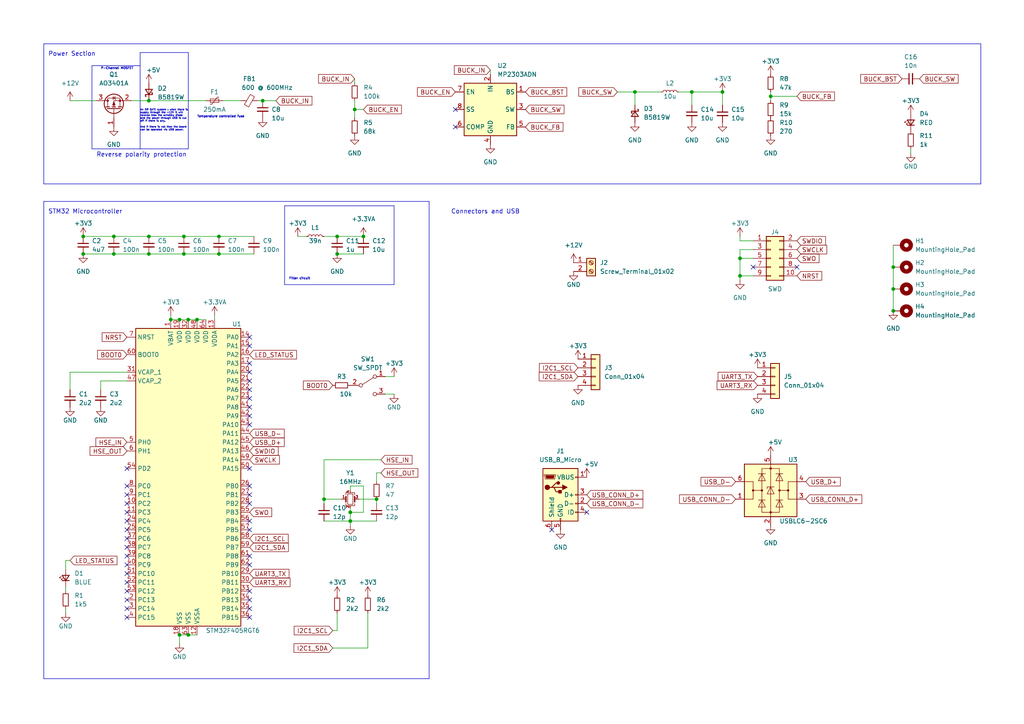
<source format=kicad_sch>
(kicad_sch (version 20231120) (generator "eeschema") (generator_version "8.0")
  (paper "A4")
  (title_block (title "STM32FR4_Rev2") (date "2022-05-13") (rev "2.0"))
  (lib_symbols
    (symbol "Connector:Screw_Terminal_01x02" (pin_names (offset 1.016) hide)
      (property "Reference" "J" (at 0 2.54 0))
      (property "Value" "Screw_Terminal_01x02" (at 0 -5.08 0))
      (symbol "Screw_Terminal_01x02_1_1"
        (pin passive line (at -5.08 0 0) (length 3.81) (name "Pin_1") (number "1"))
        (pin passive line (at -5.08 -2.54 0) (length 3.81) (name "Pin_2") (number "2"))
      )
    )
    (symbol "Connector:USB_B_Micro" (pin_names (offset 1.016))
      (property "Reference" "J" (at -5.08 11.43 0))
      (property "Value" "USB_B_Micro" (at -5.08 8.89 0))
      (symbol "USB_B_Micro_1_1"
        (pin power_out line (at 7.62 5.08 180) (length 2.54) (name "VBUS") (number "1"))
        (pin bidirectional line (at 7.62 -2.54 180) (length 2.54) (name "D-") (number "2"))
        (pin bidirectional line (at 7.62 0 180) (length 2.54) (name "D+") (number "3"))
        (pin passive line (at 7.62 -5.08 180) (length 2.54) (name "ID") (number "4"))
        (pin power_out line (at 0 -10.16 90) (length 2.54) (name "GND") (number "5"))
        (pin passive line (at -2.54 -10.16 90) (length 2.54) (name "Shield") (number "6"))
      )
    )
    (symbol "Connector_Generic:Conn_01x04" (pin_names (offset 1.016) hide)
      (property "Reference" "J" (at 0 5.08 0))
      (property "Value" "Conn_01x04" (at 0 -7.62 0))
      (symbol "Conn_01x04_1_1"
        (pin passive line (at -5.08 2.54 0) (length 3.81) (name "Pin_1") (number "1"))
        (pin passive line (at -5.08 0 0) (length 3.81) (name "Pin_2") (number "2"))
        (pin passive line (at -5.08 -2.54 0) (length 3.81) (name "Pin_3") (number "3"))
        (pin passive line (at -5.08 -5.08 0) (length 3.81) (name "Pin_4") (number "4"))
      )
    )
    (symbol "Connector_Generic:Conn_02x05_Odd_Even" (pin_names (offset 1.016) hide)
      (property "Reference" "J" (at 1.27 7.62 0))
      (property "Value" "Conn_02x05_Odd_Even" (at 1.27 -7.62 0))
      (symbol "Conn_02x05_Odd_Even_1_1"
        (pin passive line (at -5.08 5.08 0) (length 3.81) (name "Pin_1") (number "1"))
        (pin passive line (at 7.62 -5.08 180) (length 3.81) (name "Pin_10") (number "10"))
        (pin passive line (at 7.62 5.08 180) (length 3.81) (name "Pin_2") (number "2"))
        (pin passive line (at -5.08 2.54 0) (length 3.81) (name "Pin_3") (number "3"))
        (pin passive line (at 7.62 2.54 180) (length 3.81) (name "Pin_4") (number "4"))
        (pin passive line (at -5.08 0 0) (length 3.81) (name "Pin_5") (number "5"))
        (pin passive line (at 7.62 0 180) (length 3.81) (name "Pin_6") (number "6"))
        (pin passive line (at -5.08 -2.54 0) (length 3.81) (name "Pin_7") (number "7"))
        (pin passive line (at 7.62 -2.54 180) (length 3.81) (name "Pin_8") (number "8"))
        (pin passive line (at -5.08 -5.08 0) (length 3.81) (name "Pin_9") (number "9"))
      )
    )
    (symbol "Device:C_Small" (pin_numbers hide) (pin_names (offset 0.254) hide)
      (property "Reference" "C" (at 0.254 1.778 0))
      (property "Value" "C_Small" (at 0.254 -2.032 0))
      (symbol "C_Small_1_1"
        (pin passive line (at 0 2.54 270) (length 2.032) (name "~") (number "1"))
        (pin passive line (at 0 -2.54 90) (length 2.032) (name "~") (number "2"))
      )
    )
    (symbol "Device:Crystal_GND24_Small" (pin_names (offset 1.016) hide)
      (property "Reference" "Y" (at 1.27 4.445 0))
      (property "Value" "Crystal_GND24_Small" (at 1.27 2.54 0))
      (symbol "Crystal_GND24_Small_1_1"
        (pin passive line (at -2.54 0 0) (length 1.27) (name "1") (number "1"))
        (pin passive line (at 0 -2.54 90) (length 0.635) (name "2") (number "2"))
        (pin passive line (at 2.54 0 180) (length 1.27) (name "3") (number "3"))
        (pin passive line (at 0 2.54 270) (length 0.635) (name "4") (number "4"))
      )
    )
    (symbol "Device:D_Schottky_Small" (pin_numbers hide) (pin_names (offset 0.254) hide)
      (property "Reference" "D" (at -1.27 2.032 0))
      (property "Value" "D_Schottky_Small" (at -7.112 -2.032 0))
      (symbol "D_Schottky_Small_1_1"
        (pin passive line (at -2.54 0 0) (length 1.778) (name "K") (number "1"))
        (pin passive line (at 2.54 0 180) (length 1.778) (name "A") (number "2"))
      )
    )
    (symbol "Device:FerriteBead_Small" (pin_numbers hide) (pin_names (offset 0))
      (property "Reference" "FB" (at 1.905 1.27 0))
      (property "Value" "FerriteBead_Small" (at 1.905 -1.27 0))
      (symbol "FerriteBead_Small_1_1"
        (pin passive line (at 0 2.54 270) (length 1.27) (name "~") (number "1"))
        (pin passive line (at 0 -2.54 90) (length 1.27) (name "~") (number "2"))
      )
    )
    (symbol "Device:LED_Small" (pin_numbers hide) (pin_names (offset 0.254) hide)
      (property "Reference" "D" (at -1.27 3.175 0))
      (property "Value" "LED_Small" (at -4.445 -2.54 0))
      (symbol "LED_Small_1_1"
        (pin passive line (at -2.54 0 0) (length 1.778) (name "K") (number "1"))
        (pin passive line (at 2.54 0 180) (length 1.778) (name "A") (number "2"))
      )
    )
    (symbol "Device:L_Small" (pin_numbers hide) (pin_names (offset 0.254) hide)
      (property "Reference" "L" (at 0.762 1.016 0))
      (property "Value" "L_Small" (at 0.762 -1.016 0))
      (symbol "L_Small_1_1"
        (pin passive line (at 0 2.54 270) (length 0.508) (name "~") (number "1"))
        (pin passive line (at 0 -2.54 90) (length 0.508) (name "~") (number "2"))
      )
    )
    (symbol "Device:Polyfuse_Small" (pin_numbers hide) (pin_names (offset 0))
      (property "Reference" "F" (at -1.905 0 90))
      (property "Value" "Polyfuse_Small" (at 1.905 0 90))
      (symbol "Polyfuse_Small_1_1"
        (pin passive line (at 0 2.54 270) (length 0.635) (name "~") (number "1"))
        (pin passive line (at 0 -2.54 90) (length 0.635) (name "~") (number "2"))
      )
    )
    (symbol "Device:R_Small" (pin_numbers hide) (pin_names (offset 0.254) hide)
      (property "Reference" "R" (at 0.762 0.508 0))
      (property "Value" "R_Small" (at 0.762 -1.016 0))
      (symbol "R_Small_1_1"
        (pin passive line (at 0 2.54 270) (length 0.762) (name "~") (number "1"))
        (pin passive line (at 0 -2.54 90) (length 0.762) (name "~") (number "2"))
      )
    )
    (symbol "MCU_ST_STM32F4:STM32F405RGTx"
      (property "Reference" "U" (at -15.24 44.45 0))
      (property "Value" "STM32F405RGTx" (at 10.16 44.45 0))
      (symbol "STM32F405RGTx_1_1"
        (pin power_in line (at -5.08 45.72 270) (length 2.54) (name "VBAT") (number "1"))
        (pin bidirectional line (at -17.78 -7.62 0) (length 2.54) (name "PC2") (number "10"))
        (pin bidirectional line (at -17.78 -10.16 0) (length 2.54) (name "PC3") (number "11"))
        (pin power_in line (at 2.54 -45.72 90) (length 2.54) (name "VSSA") (number "12"))
        (pin power_in line (at 7.62 45.72 270) (length 2.54) (name "VDDA") (number "13"))
        (pin bidirectional line (at 17.78 40.64 180) (length 2.54) (name "PA0") (number "14"))
        (pin bidirectional line (at 17.78 38.1 180) (length 2.54) (name "PA1") (number "15"))
        (pin bidirectional line (at 17.78 35.56 180) (length 2.54) (name "PA2") (number "16"))
        (pin bidirectional line (at 17.78 33.02 180) (length 2.54) (name "PA3") (number "17"))
        (pin power_in line (at -2.54 -45.72 90) (length 2.54) (name "VSS") (number "18"))
        (pin power_in line (at -2.54 45.72 270) (length 2.54) (name "VDD") (number "19"))
        (pin bidirectional line (at -17.78 -35.56 0) (length 2.54) (name "PC13") (number "2"))
        (pin bidirectional line (at 17.78 30.48 180) (length 2.54) (name "PA4") (number "20"))
        (pin bidirectional line (at 17.78 27.94 180) (length 2.54) (name "PA5") (number "21"))
        (pin bidirectional line (at 17.78 25.4 180) (length 2.54) (name "PA6") (number "22"))
        (pin bidirectional line (at 17.78 22.86 180) (length 2.54) (name "PA7") (number "23"))
        (pin bidirectional line (at -17.78 -12.7 0) (length 2.54) (name "PC4") (number "24"))
        (pin bidirectional line (at -17.78 -15.24 0) (length 2.54) (name "PC5") (number "25"))
        (pin bidirectional line (at 17.78 -2.54 180) (length 2.54) (name "PB0") (number "26"))
        (pin bidirectional line (at 17.78 -5.08 180) (length 2.54) (name "PB1") (number "27"))
        (pin bidirectional line (at 17.78 -7.62 180) (length 2.54) (name "PB2") (number "28"))
        (pin bidirectional line (at 17.78 -27.94 180) (length 2.54) (name "PB10") (number "29"))
        (pin bidirectional line (at -17.78 -38.1 0) (length 2.54) (name "PC14") (number "3"))
        (pin bidirectional line (at 17.78 -30.48 180) (length 2.54) (name "PB11") (number "30"))
        (pin power_in line (at -17.78 30.48 0) (length 2.54) (name "VCAP_1") (number "31"))
        (pin power_in line (at 0 45.72 270) (length 2.54) (name "VDD") (number "32"))
        (pin bidirectional line (at 17.78 -33.02 180) (length 2.54) (name "PB12") (number "33"))
        (pin bidirectional line (at 17.78 -35.56 180) (length 2.54) (name "PB13") (number "34"))
        (pin bidirectional line (at 17.78 -38.1 180) (length 2.54) (name "PB14") (number "35"))
        (pin bidirectional line (at 17.78 -40.64 180) (length 2.54) (name "PB15") (number "36"))
        (pin bidirectional line (at -17.78 -17.78 0) (length 2.54) (name "PC6") (number "37"))
        (pin bidirectional line (at -17.78 -20.32 0) (length 2.54) (name "PC7") (number "38"))
        (pin bidirectional line (at -17.78 -22.86 0) (length 2.54) (name "PC8") (number "39"))
        (pin bidirectional line (at -17.78 -40.64 0) (length 2.54) (name "PC15") (number "4"))
        (pin bidirectional line (at -17.78 -25.4 0) (length 2.54) (name "PC9") (number "40"))
        (pin bidirectional line (at 17.78 20.32 180) (length 2.54) (name "PA8") (number "41"))
        (pin bidirectional line (at 17.78 17.78 180) (length 2.54) (name "PA9") (number "42"))
        (pin bidirectional line (at 17.78 15.24 180) (length 2.54) (name "PA10") (number "43"))
        (pin bidirectional line (at 17.78 12.7 180) (length 2.54) (name "PA11") (number "44"))
        (pin bidirectional line (at 17.78 10.16 180) (length 2.54) (name "PA12") (number "45"))
        (pin bidirectional line (at 17.78 7.62 180) (length 2.54) (name "PA13") (number "46"))
        (pin power_in line (at -17.78 27.94 0) (length 2.54) (name "VCAP_2") (number "47"))
        (pin power_in line (at 2.54 45.72 270) (length 2.54) (name "VDD") (number "48"))
        (pin bidirectional line (at 17.78 5.08 180) (length 2.54) (name "PA14") (number "49"))
        (pin input line (at -17.78 10.16 0) (length 2.54) (name "PH0") (number "5"))
        (pin bidirectional line (at 17.78 2.54 180) (length 2.54) (name "PA15") (number "50"))
        (pin bidirectional line (at -17.78 -27.94 0) (length 2.54) (name "PC10") (number "51"))
        (pin bidirectional line (at -17.78 -30.48 0) (length 2.54) (name "PC11") (number "52"))
        (pin bidirectional line (at -17.78 -33.02 0) (length 2.54) (name "PC12") (number "53"))
        (pin bidirectional line (at -17.78 2.54 0) (length 2.54) (name "PD2") (number "54"))
        (pin bidirectional line (at 17.78 -10.16 180) (length 2.54) (name "PB3") (number "55"))
        (pin bidirectional line (at 17.78 -12.7 180) (length 2.54) (name "PB4") (number "56"))
        (pin bidirectional line (at 17.78 -15.24 180) (length 2.54) (name "PB5") (number "57"))
        (pin bidirectional line (at 17.78 -17.78 180) (length 2.54) (name "PB6") (number "58"))
        (pin bidirectional line (at 17.78 -20.32 180) (length 2.54) (name "PB7") (number "59"))
        (pin input line (at -17.78 7.62 0) (length 2.54) (name "PH1") (number "6"))
        (pin input line (at -17.78 35.56 0) (length 2.54) (name "BOOT0") (number "60"))
        (pin bidirectional line (at 17.78 -22.86 180) (length 2.54) (name "PB8") (number "61"))
        (pin bidirectional line (at 17.78 -25.4 180) (length 2.54) (name "PB9") (number "62"))
        (pin power_in line (at 0 -45.72 90) (length 2.54) (name "VSS") (number "63"))
        (pin power_in line (at 5.08 45.72 270) (length 2.54) (name "VDD") (number "64"))
        (pin input line (at -17.78 40.64 0) (length 2.54) (name "NRST") (number "7"))
        (pin bidirectional line (at -17.78 -2.54 0) (length 2.54) (name "PC0") (number "8"))
        (pin bidirectional line (at -17.78 -5.08 0) (length 2.54) (name "PC1") (number "9"))
      )
    )
    (symbol "Mechanical:MountingHole_Pad" (pin_numbers hide) (pin_names (offset 1.016) hide)
      (property "Reference" "H" (at 0 6.35 0))
      (property "Value" "MountingHole_Pad" (at 0 4.445 0))
      (symbol "MountingHole_Pad_1_1"
        (pin input line (at 0 -2.54 90) (length 2.54) (name "1") (number "1"))
      )
    )
    (symbol "Power_Protection:USBLC6-2SC6" (pin_names hide)
      (property "Reference" "U" (at 2.54 8.89 0))
      (property "Value" "USBLC6-2SC6" (at 2.54 -8.89 0))
      (symbol "USBLC6-2SC6_1_1"
        (pin passive line (at -10.16 -2.54 0) (length 2.54) (name "I/O1") (number "1"))
        (pin passive line (at 0 -10.16 90) (length 2.54) (name "GND") (number "2"))
        (pin passive line (at 10.16 -2.54 180) (length 2.54) (name "I/O2") (number "3"))
        (pin passive line (at 10.16 2.54 180) (length 2.54) (name "I/O2") (number "4"))
        (pin passive line (at 0 10.16 270) (length 2.54) (name "VBUS") (number "5"))
        (pin passive line (at -10.16 2.54 0) (length 2.54) (name "I/O1") (number "6"))
      )
    )
    (symbol "Regulator_Switching:MP2303ADN"
      (property "Reference" "U" (at -7.366 8.636 0))
      (property "Value" "MP2303ADN" (at 7.62 8.89 0))
      (symbol "MP2303ADN_1_1"
        (pin passive line (at 10.16 5.08 180) (length 2.54) (name "BS") (number "1"))
        (pin power_in line (at 0 10.16 270) (length 2.54) (name "IN") (number "2"))
        (pin output line (at 10.16 0 180) (length 2.54) (name "SW") (number "3"))
        (pin power_in line (at 0 -10.16 90) (length 2.54) (name "GND") (number "4"))
        (pin input line (at 10.16 -5.08 180) (length 2.54) (name "FB") (number "5"))
        (pin passive line (at -10.16 -5.08 0) (length 2.54) (name "COMP") (number "6"))
        (pin input line (at -10.16 5.08 0) (length 2.54) (name "EN") (number "7"))
        (pin input line (at -10.16 0 0) (length 2.54) (name "SS") (number "8"))
      )
    )
    (symbol "Switch:SW_SPDT" (pin_names (offset 0) hide)
      (property "Reference" "SW" (at 0 4.318 0))
      (property "Value" "SW_SPDT" (at 0 -5.08 0))
      (symbol "SW_SPDT_1_1"
        (pin passive line (at 5.08 2.54 180) (length 2.54) (name "A") (number "1"))
        (pin passive line (at -5.08 0 0) (length 2.54) (name "B") (number "2"))
        (pin passive line (at 5.08 -2.54 180) (length 2.54) (name "C") (number "3"))
      )
    )
    (symbol "Transistor_FET:AO3401A" (pin_names hide)
      (property "Reference" "Q" (at 5.08 1.905 0))
      (property "Value" "AO3401A" (at 5.08 0 0))
      (symbol "AO3401A_1_1"
        (pin input line (at -5.08 0 0) (length 2.54) (name "G") (number "1"))
        (pin passive line (at 2.54 -5.08 90) (length 2.54) (name "S") (number "2"))
        (pin passive line (at 2.54 5.08 270) (length 2.54) (name "D") (number "3"))
      )
    )
    (symbol "power:+12V" (power) (pin_names (offset 0))
      (property "Value" "+12V" (at 0 3.556 0))
      (symbol "+12V_1_1"
        (pin power_in line (at 0 0 90) (length 0) hide (name "+12V") (number "1"))
      )
    )
    (symbol "power:+3.3V" (power) (pin_names (offset 0))
      (property "Value" "+3.3V" (at 0 3.556 0))
      (symbol "+3.3V_1_1"
        (pin power_in line (at 0 0 90) (length 0) hide (name "+3V3") (number "1"))
      )
    )
    (symbol "power:+3.3VA" (power) (pin_names (offset 0))
      (property "Value" "+3.3VA" (at 0 3.556 0))
      (symbol "+3.3VA_1_1"
        (pin power_in line (at 0 0 90) (length 0) hide (name "+3.3VA") (number "1"))
      )
    )
    (symbol "power:+5V" (power) (pin_names (offset 0))
      (property "Value" "+5V" (at 0 3.556 0))
      (symbol "+5V_1_1"
        (pin power_in line (at 0 0 90) (length 0) hide (name "+5V") (number "1"))
      )
    )
    (symbol "power:GND" (power) (pin_names (offset 0))
      (property "Value" "GND" (at 0 -3.81 0))
      (symbol "GND_1_1"
        (pin power_in line (at 0 0 270) (length 0) hide (name "GND") (number "1"))
      )
    )
  )
  (junction (at 53.34 73.66))
  (junction (at 97.79 73.66))
  (junction (at 33.02 68.58))
  (junction (at 101.6 151.13))
  (junction (at 109.22 144.78))
  (junction (at 105.41 68.58))
  (junction (at 214.63 80.01))
  (junction (at 214.63 74.93))
  (junction (at 43.18 29.21))
  (junction (at 54.61 92.71))
  (junction (at 52.07 184.15))
  (junction (at 209.55 26.67))
  (junction (at 53.34 68.58))
  (junction (at 24.13 68.58))
  (junction (at 200.66 26.67))
  (junction (at 97.79 68.58))
  (junction (at 102.87 31.75))
  (junction (at 54.61 184.15))
  (junction (at 93.98 144.78))
  (junction (at 33.02 73.66))
  (junction (at 43.18 73.66))
  (junction (at 49.53 92.71))
  (junction (at 259.08 77.47))
  (junction (at 76.2 29.21))
  (junction (at 101.6 148.59))
  (junction (at 63.5 73.66))
  (junction (at 57.15 92.71))
  (junction (at 63.5 68.58))
  (junction (at 43.18 68.58))
  (junction (at 259.08 90.17))
  (junction (at 52.07 92.71))
  (junction (at 184.15 26.67))
  (junction (at 24.13 73.66))
  (junction (at 223.52 27.94))
  (junction (at 259.08 83.82))
  (no_connect (at 72.39 151.13))
  (no_connect (at 72.39 153.67))
  (no_connect (at 72.39 146.05))
  (no_connect (at 36.83 146.05))
  (no_connect (at 36.83 148.59))
  (no_connect (at 36.83 135.89))
  (no_connect (at 36.83 140.97))
  (no_connect (at 36.83 143.51))
  (no_connect (at 72.39 163.83))
  (no_connect (at 72.39 161.29))
  (no_connect (at 72.39 143.51))
  (no_connect (at 72.39 140.97))
  (no_connect (at 72.39 135.89))
  (no_connect (at 72.39 123.19))
  (no_connect (at 72.39 113.03))
  (no_connect (at 72.39 100.33))
  (no_connect (at 72.39 118.11))
  (no_connect (at 72.39 115.57))
  (no_connect (at 72.39 110.49))
  (no_connect (at 72.39 107.95))
  (no_connect (at 72.39 105.41))
  (no_connect (at 72.39 120.65))
  (no_connect (at 36.83 176.53))
  (no_connect (at 36.83 171.45))
  (no_connect (at 36.83 179.07))
  (no_connect (at 36.83 168.91))
  (no_connect (at 36.83 173.99))
  (no_connect (at 36.83 151.13))
  (no_connect (at 36.83 161.29))
  (no_connect (at 36.83 163.83))
  (no_connect (at 36.83 166.37))
  (no_connect (at 36.83 153.67))
  (no_connect (at 36.83 158.75))
  (no_connect (at 36.83 156.21))
  (no_connect (at 72.39 179.07))
  (no_connect (at 72.39 171.45))
  (no_connect (at 72.39 173.99))
  (no_connect (at 72.39 176.53))
  (no_connect (at 170.18 148.59))
  (no_connect (at 72.39 97.79))
  (no_connect (at 160.02 153.67))
  (no_connect (at 132.08 36.83))
  (no_connect (at 132.08 31.75))
  (no_connect (at 231.14 77.47))
  (no_connect (at 218.44 77.47))
  (wire (pts (xy 259.08 83.82) (xy 259.08 90.17)))
  (wire (pts (xy 99.06 144.78) (xy 93.98 144.78)))
  (wire (pts (xy 218.44 80.01) (xy 214.63 80.01)))
  (wire (pts (xy 19.05 162.56) (xy 19.05 165.1)))
  (wire (pts (xy 101.6 142.24) (xy 101.6 140.97)))
  (polyline (pts (xy 124.46 196.85) (xy 12.7 196.85)))
  (wire (pts (xy 109.22 137.16) (xy 110.49 137.16)))
  (wire (pts (xy 24.13 68.58) (xy 33.02 68.58)))
  (wire (pts (xy 62.23 91.44) (xy 62.23 92.71)))
  (wire (pts (xy 97.79 68.58) (xy 105.41 68.58)))
  (wire (pts (xy 102.87 31.75) (xy 105.41 31.75)))
  (polyline (pts (xy 12.7 58.42) (xy 124.46 58.42)))
  (wire (pts (xy 223.52 27.94) (xy 223.52 29.21)))
  (polyline (pts (xy 40.64 19.05) (xy 40.64 43.18)))
  (wire (pts (xy 200.66 26.67) (xy 209.55 26.67)))
  (wire (pts (xy 54.61 92.71) (xy 57.15 92.71)))
  (wire (pts (xy 214.63 69.85) (xy 218.44 69.85)))
  (polyline (pts (xy 82.55 59.69) (xy 114.3 59.69)))
  (polyline (pts (xy 54.61 43.18) (xy 40.64 43.18)))
  (wire (pts (xy 29.21 113.03) (xy 29.21 110.49)))
  (wire (pts (xy 101.6 151.13) (xy 109.22 151.13)))
  (wire (pts (xy 19.05 176.53) (xy 19.05 177.8)))
  (wire (pts (xy 214.63 72.39) (xy 214.63 74.93)))
  (wire (pts (xy 104.14 144.78) (xy 109.22 144.78)))
  (wire (pts (xy 264.16 44.45) (xy 264.16 43.18)))
  (wire (pts (xy 101.6 147.32) (xy 101.6 148.59)))
  (polyline (pts (xy 12.7 53.34) (xy 284.48 53.34)))
  (wire (pts (xy 63.5 68.58) (xy 73.66 68.58)))
  (wire (pts (xy 52.07 184.15) (xy 54.61 184.15)))
  (polyline (pts (xy 114.3 82.55) (xy 82.55 82.55)))
  (wire (pts (xy 231.14 27.94) (xy 223.52 27.94)))
  (wire (pts (xy 63.5 73.66) (xy 73.66 73.66)))
  (wire (pts (xy 102.87 29.21) (xy 102.87 31.75)))
  (polyline (pts (xy 26.67 19.05) (xy 40.64 19.05)))
  (wire (pts (xy 43.18 68.58) (xy 53.34 68.58)))
  (wire (pts (xy 102.87 22.86) (xy 102.87 24.13)))
  (wire (pts (xy 43.18 73.66) (xy 53.34 73.66)))
  (wire (pts (xy 184.15 30.48) (xy 184.15 26.67)))
  (wire (pts (xy 93.98 133.35) (xy 93.98 144.78)))
  (wire (pts (xy 52.07 186.69) (xy 52.07 184.15)))
  (wire (pts (xy 101.6 140.97) (xy 105.41 140.97)))
  (wire (pts (xy 105.41 140.97) (xy 105.41 148.59)))
  (polyline (pts (xy 124.46 58.42) (xy 124.46 196.85)))
  (wire (pts (xy 43.18 29.21) (xy 59.69 29.21)))
  (wire (pts (xy 86.36 68.58) (xy 88.9 68.58)))
  (wire (pts (xy 101.6 152.4) (xy 101.6 151.13)))
  (polyline (pts (xy 82.55 59.69) (xy 82.55 82.55)))
  (wire (pts (xy 76.2 29.21) (xy 80.01 29.21)))
  (wire (pts (xy 200.66 30.48) (xy 200.66 26.67)))
  (wire (pts (xy 96.52 187.96) (xy 106.68 187.96)))
  (wire (pts (xy 19.05 170.18) (xy 19.05 171.45)))
  (wire (pts (xy 114.3 109.22) (xy 111.76 109.22)))
  (polyline (pts (xy 284.48 53.34) (xy 284.48 12.7)))
  (wire (pts (xy 142.24 20.32) (xy 142.24 21.59)))
  (polyline (pts (xy 40.64 19.05) (xy 40.64 15.24)))
  (wire (pts (xy 109.22 137.16) (xy 109.22 139.7)))
  (polyline (pts (xy 40.64 15.24) (xy 54.61 15.24)))
  (wire (pts (xy 54.61 184.15) (xy 57.15 184.15)))
  (wire (pts (xy 259.08 77.47) (xy 259.08 83.82)))
  (wire (pts (xy 24.13 73.66) (xy 33.02 73.66)))
  (wire (pts (xy 64.77 29.21) (xy 69.85 29.21)))
  (wire (pts (xy 179.07 26.67) (xy 184.15 26.67)))
  (wire (pts (xy 109.22 144.78) (xy 109.22 146.05)))
  (wire (pts (xy 214.63 74.93) (xy 214.63 80.01)))
  (wire (pts (xy 102.87 31.75) (xy 102.87 34.29)))
  (wire (pts (xy 93.98 144.78) (xy 93.98 146.05)))
  (wire (pts (xy 114.3 114.3) (xy 111.76 114.3)))
  (wire (pts (xy 38.1 29.21) (xy 43.18 29.21)))
  (wire (pts (xy 184.15 26.67) (xy 191.77 26.67)))
  (wire (pts (xy 93.98 151.13) (xy 101.6 151.13)))
  (wire (pts (xy 218.44 74.93) (xy 214.63 74.93)))
  (wire (pts (xy 218.44 72.39) (xy 214.63 72.39)))
  (wire (pts (xy 214.63 68.58) (xy 214.63 69.85)))
  (wire (pts (xy 20.32 29.21) (xy 27.94 29.21)))
  (wire (pts (xy 20.32 107.95) (xy 36.83 107.95)))
  (wire (pts (xy 49.53 92.71) (xy 52.07 92.71)))
  (wire (pts (xy 93.98 133.35) (xy 110.49 133.35)))
  (wire (pts (xy 96.52 182.88) (xy 97.79 182.88)))
  (wire (pts (xy 76.2 29.21) (xy 74.93 29.21)))
  (wire (pts (xy 259.08 71.12) (xy 259.08 77.47)))
  (wire (pts (xy 52.07 92.71) (xy 54.61 92.71)))
  (wire (pts (xy 20.32 113.03) (xy 20.32 107.95)))
  (wire (pts (xy 33.02 68.58) (xy 43.18 68.58)))
  (wire (pts (xy 93.98 68.58) (xy 97.79 68.58)))
  (wire (pts (xy 29.21 110.49) (xy 36.83 110.49)))
  (wire (pts (xy 97.79 182.88) (xy 97.79 177.8)))
  (wire (pts (xy 101.6 148.59) (xy 101.6 151.13)))
  (wire (pts (xy 33.02 73.66) (xy 43.18 73.66)))
  (polyline (pts (xy 284.48 12.7) (xy 12.7 12.7)))
  (wire (pts (xy 223.52 26.67) (xy 223.52 27.94)))
  (wire (pts (xy 57.15 92.71) (xy 59.69 92.71)))
  (polyline (pts (xy 114.3 59.69) (xy 114.3 82.55)))
  (polyline (pts (xy 12.7 58.42) (xy 12.7 196.85)))
  (wire (pts (xy 209.55 26.67) (xy 209.55 30.48)))
  (polyline (pts (xy 40.64 43.18) (xy 26.67 43.18)))
  (wire (pts (xy 214.63 80.01) (xy 214.63 81.28)))
  (wire (pts (xy 49.53 91.44) (xy 49.53 92.71)))
  (polyline (pts (xy 26.67 19.05) (xy 26.67 43.18)))
  (wire (pts (xy 97.79 73.66) (xy 105.41 73.66)))
  (wire (pts (xy 105.41 148.59) (xy 101.6 148.59)))
  (wire (pts (xy 53.34 73.66) (xy 63.5 73.66)))
  (wire (pts (xy 53.34 68.58) (xy 63.5 68.58)))
  (polyline (pts (xy 12.7 12.7) (xy 12.7 53.34)))
  (polyline (pts (xy 54.61 15.24) (xy 54.61 43.18)))
  (wire (pts (xy 196.85 26.67) (xy 200.66 26.67)))
  (wire (pts (xy 106.68 177.8) (xy 106.68 187.96)))
  (wire (pts (xy 20.32 162.56) (xy 19.05 162.56)))
  (text "Temperature controlled fuse " (at 57.15 34.29 0) (effects (font (size 0.635 0.635)) (justify left bottom)))
  (text "And if there is not then the board \ncan be operated via USB power.\n" (at 40.64 38.1 0) (effects (font (size 0.508 0.508)) (justify left bottom)))
  (text "STM32 Microcontroller" (at 13.97 62.23 0) (effects (font (size 1.27 1.27)) (justify left bottom)))
  (text "Filter circuit" (at 83.82 81.28 0) (effects (font (size 0.635 0.635)) (justify left bottom)))
  (text "Connectors and USB" (at 130.81 62.23 0) (effects (font (size 1.27 1.27)) (justify left bottom)))
  (text "Reverse polarity protection" (at 27.94 45.72 0) (effects (font (size 1.27 1.27)) (justify left bottom)))
  (text "P-Channel MOSFET" (at 29.21 20.32 0) (effects (font (size 0.635 0.635)) (justify left bottom)))
  (text "Power Section" (at 13.97 16.51 0) (effects (font (size 1.27 1.27)) (justify left bottom)))
  (text "An OR GATE system : when there is\nsupply through the +12V it will \nreverse bias the schottky diode \nand the power through USB is cut \noff if there is any.\n" (at 40.64 35.56 0) (effects (font (size 0.508 0.508)) (justify left bottom)))
  (global_label "SWDIO" (shape input) (at 72.39 130.81 0) (property "Intersheetrefs" "${INTERSHEET_REFS}" (effects (hide yes))))
  (global_label "SWCLK" (shape input) (at 231.14 72.39 0) (property "Intersheetrefs" "${INTERSHEET_REFS}" (effects (hide yes))))
  (global_label "USB_D-" (shape input) (at 213.36 139.7 180) (property "Intersheetrefs" "${INTERSHEET_REFS}" (effects (hide yes))))
  (global_label "UART3_TX" (shape input) (at 219.71 109.22 180) (property "Intersheetrefs" "${INTERSHEET_REFS}" (effects (hide yes))))
  (global_label "BUCK_IN" (shape input) (at 80.01 29.21 0) (property "Intersheetrefs" "${INTERSHEET_REFS}" (effects (hide yes))))
  (global_label "LED_STATUS" (shape input) (at 72.39 102.87 0) (property "Intersheetrefs" "${INTERSHEET_REFS}" (effects (hide yes))))
  (global_label "HSE_IN" (shape input) (at 110.49 133.35 0) (property "Intersheetrefs" "${INTERSHEET_REFS}" (effects (hide yes))))
  (global_label "HSE_OUT" (shape input) (at 36.83 130.81 180) (property "Intersheetrefs" "${INTERSHEET_REFS}" (effects (hide yes))))
  (global_label "USB_CONN_D-" (shape input) (at 170.18 146.05 0) (property "Intersheetrefs" "${INTERSHEET_REFS}" (effects (hide yes))))
  (global_label "SWO" (shape input) (at 231.14 74.93 0) (property "Intersheetrefs" "${INTERSHEET_REFS}" (effects (hide yes))))
  (global_label "I2C1_SCL" (shape input) (at 167.64 106.68 180) (property "Intersheetrefs" "${INTERSHEET_REFS}" (effects (hide yes))))
  (global_label "BOOT0" (shape input) (at 36.83 102.87 180) (property "Intersheetrefs" "${INTERSHEET_REFS}" (effects (hide yes))))
  (global_label "BUCK_BST" (shape input) (at 152.4 26.67 0) (property "Intersheetrefs" "${INTERSHEET_REFS}" (effects (hide yes))))
  (global_label "I2C1_SCL" (shape input) (at 72.39 156.21 0) (property "Intersheetrefs" "${INTERSHEET_REFS}" (effects (hide yes))))
  (global_label "I2C1_SDA" (shape input) (at 96.52 187.96 180) (property "Intersheetrefs" "${INTERSHEET_REFS}" (effects (hide yes))))
  (global_label "UART3_RX" (shape input) (at 219.71 111.76 180) (property "Intersheetrefs" "${INTERSHEET_REFS}" (effects (hide yes))))
  (global_label "UART3_RX" (shape input) (at 72.39 168.91 0) (property "Intersheetrefs" "${INTERSHEET_REFS}" (effects (hide yes))))
  (global_label "USB_CONN_D+" (shape input) (at 233.68 144.78 0) (property "Intersheetrefs" "${INTERSHEET_REFS}" (effects (hide yes))))
  (global_label "NRST" (shape input) (at 231.14 80.01 0) (property "Intersheetrefs" "${INTERSHEET_REFS}" (effects (hide yes))))
  (global_label "BOOT0" (shape input) (at 96.52 111.76 180) (property "Intersheetrefs" "${INTERSHEET_REFS}" (effects (hide yes))))
  (global_label "LED_STATUS" (shape input) (at 20.32 162.56 0) (property "Intersheetrefs" "${INTERSHEET_REFS}" (effects (hide yes))))
  (global_label "BUCK_SW" (shape input) (at 179.07 26.67 180) (property "Intersheetrefs" "${INTERSHEET_REFS}" (effects (hide yes))))
  (global_label "USB_D-" (shape input) (at 72.39 125.73 0) (property "Intersheetrefs" "${INTERSHEET_REFS}" (effects (hide yes))))
  (global_label "I2C1_SCL" (shape input) (at 96.52 182.88 180) (property "Intersheetrefs" "${INTERSHEET_REFS}" (effects (hide yes))))
  (global_label "USB_CONN_D+" (shape input) (at 170.18 143.51 0) (property "Intersheetrefs" "${INTERSHEET_REFS}" (effects (hide yes))))
  (global_label "I2C1_SDA" (shape input) (at 167.64 109.22 180) (property "Intersheetrefs" "${INTERSHEET_REFS}" (effects (hide yes))))
  (global_label "BUCK_EN" (shape input) (at 105.41 31.75 0) (property "Intersheetrefs" "${INTERSHEET_REFS}" (effects (hide yes))))
  (global_label "UART3_TX" (shape input) (at 72.39 166.37 0) (property "Intersheetrefs" "${INTERSHEET_REFS}" (effects (hide yes))))
  (global_label "BUCK_FB" (shape input) (at 231.14 27.94 0) (property "Intersheetrefs" "${INTERSHEET_REFS}" (effects (hide yes))))
  (global_label "HSE_IN" (shape input) (at 36.83 128.27 180) (property "Intersheetrefs" "${INTERSHEET_REFS}" (effects (hide yes))))
  (global_label "BUCK_EN" (shape input) (at 132.08 26.67 180) (property "Intersheetrefs" "${INTERSHEET_REFS}" (effects (hide yes))))
  (global_label "USB_D+" (shape input) (at 72.39 128.27 0) (property "Intersheetrefs" "${INTERSHEET_REFS}" (effects (hide yes))))
  (global_label "BUCK_IN" (shape input) (at 142.24 20.32 180) (property "Intersheetrefs" "${INTERSHEET_REFS}" (effects (hide yes))))
  (global_label "SWCLK" (shape input) (at 72.39 133.35 0) (property "Intersheetrefs" "${INTERSHEET_REFS}" (effects (hide yes))))
  (global_label "BUCK_IN" (shape input) (at 102.87 22.86 180) (property "Intersheetrefs" "${INTERSHEET_REFS}" (effects (hide yes))))
  (global_label "BUCK_BST" (shape input) (at 261.62 22.86 180) (property "Intersheetrefs" "${INTERSHEET_REFS}" (effects (hide yes))))
  (global_label "SWDIO" (shape input) (at 231.14 69.85 0) (property "Intersheetrefs" "${INTERSHEET_REFS}" (effects (hide yes))))
  (global_label "BUCK_SW" (shape input) (at 266.7 22.86 0) (property "Intersheetrefs" "${INTERSHEET_REFS}" (effects (hide yes))))
  (global_label "NRST" (shape input) (at 36.83 97.79 180) (property "Intersheetrefs" "${INTERSHEET_REFS}" (effects (hide yes))))
  (global_label "I2C1_SDA" (shape input) (at 72.39 158.75 0) (property "Intersheetrefs" "${INTERSHEET_REFS}" (effects (hide yes))))
  (global_label "BUCK_FB" (shape input) (at 152.4 36.83 0) (property "Intersheetrefs" "${INTERSHEET_REFS}" (effects (hide yes))))
  (global_label "USB_D+" (shape input) (at 233.68 139.7 0) (property "Intersheetrefs" "${INTERSHEET_REFS}" (effects (hide yes))))
  (global_label "USB_CONN_D-" (shape input) (at 213.36 144.78 180) (property "Intersheetrefs" "${INTERSHEET_REFS}" (effects (hide yes))))
  (global_label "HSE_OUT" (shape input) (at 110.49 137.16 0) (property "Intersheetrefs" "${INTERSHEET_REFS}" (effects (hide yes))))
  (global_label "SWO" (shape input) (at 72.39 148.59 0) (property "Intersheetrefs" "${INTERSHEET_REFS}" (effects (hide yes))))
  (global_label "BUCK_SW" (shape input) (at 152.4 31.75 0) (property "Intersheetrefs" "${INTERSHEET_REFS}" (effects (hide yes))))
  (symbol (lib_id "power:+3.3V") (at 167.64 104.14 0) (unit 1)
    (property "Reference" "#PWR0125" (effects (hide yes)))
    (property "Value" "+3V3" (at 167.64 100.33 0))
  )
  (symbol (lib_id "Device:Crystal_GND24_Small") (at 101.6 144.78 0) (unit 1)
    (property "Reference" "Y1" (at 101.6 137.16 0))
    (property "Value" "16MHz" (at 101.6 139.7 0))
    (property "Footprint" "Crystal:Crystal_SMD_3225-4Pin_3.2x2.5mm" (effects (hide yes)))
  )
  (symbol (lib_id "MCU_ST_STM32F4:STM32F405RGTx") (at 54.61 138.43 0) (unit 1)
    (property "Reference" "U1" (at 67.31 93.98 0) (effects (justify left)))
    (property "Value" "STM32F405RGT6" (at 59.69 182.88 0) (effects (justify left)))
    (property "Footprint" "Package_QFP:LQFP-64_10x10mm_P0.5mm" (effects (hide yes)))
    (property "Datasheet" "http://www.st.com/st-web-ui/static/active/en/resource/technical/document/datasheet/DM00037051.pdf" (effects (hide yes)))
  )
  (symbol (lib_id "Device:FerriteBead_Small") (at 72.39 29.21 90) (unit 1)
    (property "Reference" "FB1" (at 72.3519 22.86 90))
    (property "Value" "600 @ 600MHz" (at 77.47 25.4 90))
    (property "Footprint" "Inductor_SMD:L_0805_2012Metric" (effects (hide yes)))
  )
  (symbol (lib_id "power:GND") (at 97.79 73.66 0) (unit 1)
    (property "Reference" "#PWR0102" (effects (hide yes)))
    (property "Value" "GND" (at 97.79 78.74 0))
  )
  (symbol (lib_id "Connector_Generic:Conn_01x04") (at 224.79 109.22 0) (unit 1)
    (property "Reference" "J5" (at 227.33 109.2199 0) (effects (justify left)))
    (property "Value" "Conn_01x04" (at 227.33 111.7599 0) (effects (justify left)))
    (property "Footprint" "Connector_Molex:Molex_PicoBlade_53048-0410_1x04_P1.25mm_Horizontal" (effects (hide yes)))
  )
  (symbol (lib_id "Device:C_Small") (at 93.98 148.59 0) (unit 1)
    (property "Reference" "C10" (at 96.52 147.3262 0) (effects (justify left)))
    (property "Value" "12p" (at 96.52 149.8662 0) (effects (justify left)))
    (property "Footprint" "Capacitor_SMD:C_0402_1005Metric" (effects (hide yes)))
  )
  (symbol (lib_id "power:+3.3VA") (at 105.41 68.58 0) (unit 1)
    (property "Reference" "#PWR0120" (effects (hide yes)))
    (property "Value" "+3.3VA" (at 105.41 63.5 0))
  )
  (symbol (lib_id "power:GND") (at 209.55 35.56 0) (unit 1)
    (property "Reference" "#PWR0129" (effects (hide yes)))
    (property "Value" "GND" (at 209.55 40.64 0))
  )
  (symbol (lib_id "Device:R_Small") (at 102.87 36.83 0) (unit 1)
    (property "Reference" "R5" (at 105.41 35.5599 0) (effects (justify left)))
    (property "Value" "68k" (at 105.41 38.0999 0) (effects (justify left)))
    (property "Footprint" "Resistor_SMD:R_0603_1608Metric" (effects (hide yes)))
  )
  (symbol (lib_id "Device:C_Small") (at 97.79 71.12 0) (unit 1)
    (property "Reference" "C11" (at 100.33 69.8562 0) (effects (justify left)))
    (property "Value" "1u" (at 100.33 72.3962 0) (effects (justify left)))
    (property "Footprint" "Capacitor_SMD:C_0402_1005Metric" (effects (hide yes)))
  )
  (symbol (lib_id "Mechanical:MountingHole_Pad") (at 261.62 71.12 270) (unit 1)
    (property "Reference" "H1" (at 265.43 69.8499 90) (effects (justify left)))
    (property "Value" "MountingHole_Pad" (at 265.43 72.3899 90) (effects (justify left)))
    (property "Footprint" "MountingHole:MountingHole_4.3mm_M4_Pad_Via" (effects (hide yes)))
  )
  (symbol (lib_id "Device:D_Schottky_Small") (at 43.18 26.67 90) (unit 1)
    (property "Reference" "D2" (at 45.72 25.6539 90) (effects (justify right)))
    (property "Value" "B5819W" (at 45.72 28.1939 90) (effects (justify right)))
    (property "Footprint" "Diode_SMD:D_SOD-123" (effects (hide yes)))
  )
  (symbol (lib_id "power:GND") (at 184.15 35.56 0) (unit 1)
    (property "Reference" "#PWR0135" (effects (hide yes)))
    (property "Value" "GND" (at 184.15 40.64 0))
  )
  (symbol (lib_id "Device:C_Small") (at 33.02 71.12 0) (unit 1)
    (property "Reference" "C4" (at 35.56 69.8562 0) (effects (justify left)))
    (property "Value" "100n" (at 35.56 72.3962 0) (effects (justify left)))
    (property "Footprint" "Capacitor_SMD:C_0402_1005Metric" (effects (hide yes)))
  )
  (symbol (lib_id "power:GND") (at 20.32 118.11 0) (unit 1)
    (property "Reference" "#PWR0106" (effects (hide yes)))
    (property "Value" "GND" (at 20.32 121.92 0))
  )
  (symbol (lib_id "Device:R_Small") (at 97.79 175.26 0) (unit 1)
    (property "Reference" "R2" (at 100.33 173.9899 0) (effects (justify left)))
    (property "Value" "2k2" (at 100.33 176.5299 0) (effects (justify left)))
    (property "Footprint" "Resistor_SMD:R_0402_1005Metric" (effects (hide yes)))
  )
  (symbol (lib_id "power:GND") (at 162.56 153.67 0) (unit 1)
    (property "Reference" "#PWR0114" (effects (hide yes)))
    (property "Value" "GND" (at 162.56 158.75 0))
  )
  (symbol (lib_id "Device:R_Small") (at 106.68 175.26 0) (unit 1)
    (property "Reference" "R6" (at 109.22 173.9899 0) (effects (justify left)))
    (property "Value" "2k2" (at 109.22 176.5299 0) (effects (justify left)))
    (property "Footprint" "Resistor_SMD:R_0402_1005Metric" (effects (hide yes)))
  )
  (symbol (lib_id "Connector:USB_B_Micro") (at 162.56 143.51 0) (unit 1)
    (property "Reference" "J1" (at 162.56 130.81 0))
    (property "Value" "USB_B_Micro" (at 162.56 133.35 0))
    (property "Footprint" "Connector_USB:USB_Micro-B_Amphenol_10118193-0002LF_Horizontal" (effects (hide yes)))
  )
  (symbol (lib_id "Device:C_Small") (at 200.66 33.02 0) (unit 1)
    (property "Reference" "C14" (at 203.2 31.7562 0) (effects (justify left)))
    (property "Value" "10u" (at 203.2 34.2962 0) (effects (justify left)))
    (property "Footprint" "Capacitor_SMD:C_1206_3216Metric" (effects (hide yes)))
  )
  (symbol (lib_id "Device:L_Small") (at 91.44 68.58 90) (unit 1)
    (property "Reference" "L1" (at 91.44 66.04 90))
    (property "Value" "39n" (at 91.44 69.85 90))
    (property "Footprint" "Inductor_SMD:L_0402_1005Metric" (effects (hide yes)))
  )
  (symbol (lib_id "Device:R_Small") (at 102.87 26.67 0) (unit 1)
    (property "Reference" "R4" (at 105.41 25.3999 0) (effects (justify left)))
    (property "Value" "100k" (at 105.41 27.9399 0) (effects (justify left)))
    (property "Footprint" "Resistor_SMD:R_0603_1608Metric" (effects (hide yes)))
  )
  (symbol (lib_id "Device:C_Small") (at 264.16 22.86 90) (unit 1)
    (property "Reference" "C16" (at 264.1663 16.51 90))
    (property "Value" "10n" (at 264.1663 19.05 90))
    (property "Footprint" "Capacitor_SMD:C_0603_1608Metric" (effects (hide yes)))
  )
  (symbol (lib_id "power:+12V") (at 166.37 76.2 0) (unit 1)
    (property "Reference" "#PWR0133" (effects (hide yes)))
    (property "Value" "+12V" (at 166.37 71.12 0))
  )
  (symbol (lib_id "power:+5V") (at 170.18 138.43 0) (unit 1)
    (property "Reference" "#PWR0127" (effects (hide yes)))
    (property "Value" "+5V" (at 171.45 134.62 0))
  )
  (symbol (lib_id "power:GND") (at 167.64 111.76 0) (unit 1)
    (property "Reference" "#PWR0126" (effects (hide yes)))
    (property "Value" "GND" (at 167.64 116.84 0))
  )
  (symbol (lib_id "Regulator_Switching:MP2303ADN") (at 142.24 31.75 0) (unit 1)
    (property "Reference" "U2" (at 144.2594 19.05 0) (effects (justify left)))
    (property "Value" "MP2303ADN" (at 144.2594 21.59 0) (effects (justify left)))
    (property "Footprint" "Package_SO:SOIC-8-1EP_3.9x4.9mm_P1.27mm_EP2.62x3.51mm" (effects (hide yes)))
    (property "Datasheet" "https://www.monolithicpower.com/pub/media/document/MP2303A_r1.1.pdf" (effects (hide yes)))
  )
  (symbol (lib_id "Device:C_Small") (at 73.66 71.12 0) (unit 1)
    (property "Reference" "C9" (at 76.2 69.8562 0) (effects (justify left)))
    (property "Value" "100n" (at 76.2 72.3962 0) (effects (justify left)))
    (property "Footprint" "Capacitor_SMD:C_0402_1005Metric" (effects (hide yes)))
  )
  (symbol (lib_id "power:GND") (at 52.07 186.69 0) (unit 1)
    (property "Reference" "#PWR0104" (effects (hide yes)))
    (property "Value" "GND" (at 52.07 190.5 0))
  )
  (symbol (lib_id "Device:D_Schottky_Small") (at 184.15 33.02 270) (unit 1)
    (property "Reference" "D3" (at 186.69 31.4959 90) (effects (justify left)))
    (property "Value" "B5819W" (at 186.69 34.0359 90) (effects (justify left)))
    (property "Footprint" "Diode_SMD:D_SOD-123" (effects (hide yes)))
  )
  (symbol (lib_id "Device:C_Small") (at 29.21 115.57 0) (unit 1)
    (property "Reference" "C3" (at 31.75 114.3062 0) (effects (justify left)))
    (property "Value" "2u2" (at 31.75 116.84 0) (effects (justify left)))
    (property "Footprint" "Capacitor_SMD:C_0603_1608Metric" (effects (hide yes)))
  )
  (symbol (lib_id "Device:C_Small") (at 43.18 71.12 0) (unit 1)
    (property "Reference" "C5" (at 45.72 69.8562 0) (effects (justify left)))
    (property "Value" "100n" (at 45.72 72.3962 0) (effects (justify left)))
    (property "Footprint" "Capacitor_SMD:C_0402_1005Metric" (effects (hide yes)))
  )
  (symbol (lib_id "Transistor_FET:AO3401A") (at 33.02 31.75 90) (unit 1)
    (property "Reference" "Q1" (at 33.02 21.59 90))
    (property "Value" "AO3401A" (at 33.02 24.13 90))
    (property "Footprint" "Package_TO_SOT_SMD:SOT-23" (effects (hide yes)))
    (property "Datasheet" "http://www.aosmd.com/pdfs/datasheet/AO3401A.pdf" (effects (hide yes)))
  )
  (symbol (lib_id "power:GND") (at 114.3 114.3 0) (unit 1)
    (property "Reference" "#PWR0101" (effects (hide yes)))
    (property "Value" "GND" (at 114.3 118.11 0))
  )
  (symbol (lib_id "Device:R_Small") (at 264.16 40.64 0) (unit 1)
    (property "Reference" "R11" (at 266.7 39.3699 0) (effects (justify left)))
    (property "Value" "1k" (at 266.7 41.9099 0) (effects (justify left)))
    (property "Footprint" "Resistor_SMD:R_0603_1608Metric" (effects (hide yes)))
  )
  (symbol (lib_id "Device:R_Small") (at 223.52 36.83 0) (unit 1)
    (property "Reference" "R10" (at 226.06 35.5599 0) (effects (justify left)))
    (property "Value" "270" (at 226.06 38.0999 0) (effects (justify left)))
    (property "Footprint" "Resistor_SMD:R_0603_1608Metric" (effects (hide yes)))
  )
  (symbol (lib_id "power:+3.3V") (at 264.16 33.02 0) (unit 1)
    (property "Reference" "#PWR03" (effects (hide yes)))
    (property "Value" "+3V3" (at 264.16 29.21 0))
  )
  (symbol (lib_id "Device:C_Small") (at 63.5 71.12 0) (unit 1)
    (property "Reference" "C7" (at 66.04 69.8562 0) (effects (justify left)))
    (property "Value" "100n" (at 66.04 72.3962 0) (effects (justify left)))
    (property "Footprint" "Capacitor_SMD:C_0402_1005Metric" (effects (hide yes)))
  )
  (symbol (lib_id "Device:LED_Small") (at 19.05 167.64 90) (unit 1)
    (property "Reference" "D1" (at 21.59 166.3064 90) (effects (justify right)))
    (property "Value" "BLUE" (at 21.59 168.8464 90) (effects (justify right)))
    (property "Footprint" "LED_SMD:LED_0603_1608Metric" (effects (hide yes)))
  )
  (symbol (lib_id "Device:C_Small") (at 24.13 71.12 0) (unit 1)
    (property "Reference" "C2" (at 26.67 69.8562 0) (effects (justify left)))
    (property "Value" "4u7" (at 26.67 72.3962 0) (effects (justify left)))
    (property "Footprint" "Capacitor_SMD:C_0603_1608Metric" (effects (hide yes)))
  )
  (symbol (lib_id "Device:R_Small") (at 99.06 111.76 90) (unit 1)
    (property "Reference" "R3" (at 99.06 109.22 90))
    (property "Value" "10k" (at 100.33 114.3 90))
    (property "Footprint" "Resistor_SMD:R_0402_1005Metric" (effects (hide yes)))
  )
  (symbol (lib_id "power:GND") (at 200.66 35.56 0) (unit 1)
    (property "Reference" "#PWR0132" (effects (hide yes)))
    (property "Value" "GND" (at 200.66 40.64 0))
  )
  (symbol (lib_id "power:+3.3V") (at 86.36 68.58 0) (unit 1)
    (property "Reference" "#PWR0121" (effects (hide yes)))
    (property "Value" "+3V3" (at 86.36 64.77 0))
  )
  (symbol (lib_id "power:GND") (at 33.02 36.83 0) (unit 1)
    (property "Reference" "#PWR0115" (effects (hide yes)))
    (property "Value" "GND" (at 33.02 41.91 0))
  )
  (symbol (lib_id "Device:C_Small") (at 53.34 71.12 0) (unit 1)
    (property "Reference" "C6" (at 55.88 69.8562 0) (effects (justify left)))
    (property "Value" "100n" (at 55.88 72.3962 0) (effects (justify left)))
    (property "Footprint" "Capacitor_SMD:C_0402_1005Metric" (effects (hide yes)))
  )
  (symbol (lib_id "power:+3.3V") (at 106.68 172.72 0) (unit 1)
    (property "Reference" "#PWR0108" (effects (hide yes)))
    (property "Value" "+3V3" (at 106.68 168.91 0))
  )
  (symbol (lib_id "Device:R_Small") (at 19.05 173.99 0) (unit 1)
    (property "Reference" "R1" (at 21.59 172.7199 0) (effects (justify left)))
    (property "Value" "1k5" (at 21.59 175.2599 0) (effects (justify left)))
    (property "Footprint" "Resistor_SMD:R_0603_1608Metric" (effects (hide yes)))
  )
  (symbol (lib_id "power:GND") (at 76.2 34.29 0) (unit 1)
    (property "Reference" "#PWR0119" (effects (hide yes)))
    (property "Value" "GND" (at 76.2 39.37 0))
  )
  (symbol (lib_id "power:+5V") (at 223.52 132.08 0) (unit 1)
    (property "Reference" "#PWR01" (effects (hide yes)))
    (property "Value" "+5V" (at 224.79 128.27 0))
  )
  (symbol (lib_id "Device:Polyfuse_Small") (at 62.23 29.21 90) (unit 1)
    (property "Reference" "F1" (at 62.23 26.67 90))
    (property "Value" "250mA" (at 62.23 31.75 90))
    (property "Footprint" "Fuse:Fuse_1206_3216Metric" (effects (hide yes)))
  )
  (symbol (lib_id "Connector_Generic:Conn_02x05_Odd_Even") (at 223.52 74.93 0) (unit 1)
    (property "Reference" "J4" (at 224.79 67.31 0))
    (property "Value" "SWD" (at 224.79 83.82 0))
    (property "Footprint" "Connector_PinHeader_1.27mm:PinHeader_2x05_P1.27mm_Vertical_SMD" (effects (hide yes)))
  )
  (symbol (lib_id "power:GND") (at 166.37 78.74 0) (unit 1)
    (property "Reference" "#PWR0134" (effects (hide yes)))
    (property "Value" "GND" (at 166.37 82.55 0))
  )
  (symbol (lib_id "Device:C_Small") (at 109.22 148.59 0) (unit 1)
    (property "Reference" "C13" (at 111.76 147.3262 0) (effects (justify left)))
    (property "Value" "12p" (at 111.76 149.8662 0) (effects (justify left)))
    (property "Footprint" "Capacitor_SMD:C_0402_1005Metric" (effects (hide yes)))
  )
  (symbol (lib_id "power:GND") (at 102.87 39.37 0) (unit 1)
    (property "Reference" "#PWR0123" (effects (hide yes)))
    (property "Value" "GND" (at 102.87 44.45 0))
  )
  (symbol (lib_id "Mechanical:MountingHole_Pad") (at 261.62 90.17 270) (unit 1)
    (property "Reference" "H4" (at 265.43 88.8999 90) (effects (justify left)))
    (property "Value" "MountingHole_Pad" (at 265.43 91.4399 90) (effects (justify left)))
    (property "Footprint" "MountingHole:MountingHole_4.3mm_M4_Pad_Via" (effects (hide yes)))
  )
  (symbol (lib_id "power:GND") (at 223.52 39.37 0) (unit 1)
    (property "Reference" "#PWR0137" (effects (hide yes)))
    (property "Value" "GND" (at 223.52 44.45 0))
  )
  (symbol (lib_id "Device:C_Small") (at 20.32 115.57 0) (unit 1)
    (property "Reference" "C1" (at 22.86 114.3062 0) (effects (justify left)))
    (property "Value" "2u2" (at 22.86 116.84 0) (effects (justify left)))
    (property "Footprint" "Capacitor_SMD:C_0603_1608Metric" (effects (hide yes)))
  )
  (symbol (lib_id "Device:R_Small") (at 223.52 31.75 0) (unit 1)
    (property "Reference" "R9" (at 226.06 30.4799 0) (effects (justify left)))
    (property "Value" "15k" (at 226.06 33.0199 0) (effects (justify left)))
    (property "Footprint" "Resistor_SMD:R_0603_1608Metric" (effects (hide yes)))
  )
  (symbol (lib_id "power:GND") (at 29.21 118.11 0) (unit 1)
    (property "Reference" "#PWR0111" (effects (hide yes)))
    (property "Value" "GND" (at 29.21 121.92 0))
  )
  (symbol (lib_id "Device:LED_Small") (at 264.16 35.56 90) (unit 1)
    (property "Reference" "D4" (at 266.7 33.02 90) (effects (justify right)))
    (property "Value" "RED" (at 266.7 35.56 90) (effects (justify right)))
    (property "Footprint" "LED_SMD:LED_0603_1608Metric" (effects (hide yes)))
  )
  (symbol (lib_id "Device:C_Small") (at 105.41 71.12 0) (unit 1)
    (property "Reference" "C12" (at 107.95 69.8562 0) (effects (justify left)))
    (property "Value" "10u" (at 107.95 72.3962 0) (effects (justify left)))
    (property "Footprint" "Capacitor_SMD:C_0402_1005Metric" (effects (hide yes)))
  )
  (symbol (lib_id "power:+3.3V") (at 219.71 106.68 0) (unit 1)
    (property "Reference" "#PWR0131" (effects (hide yes)))
    (property "Value" "+3V3" (at 219.71 102.87 0))
  )
  (symbol (lib_id "power:+3.3V") (at 114.3 109.22 0) (unit 1)
    (property "Reference" "#PWR0103" (effects (hide yes)))
    (property "Value" "+3V3" (at 114.3 105.41 0))
  )
  (symbol (lib_id "power:GND") (at 19.05 177.8 0) (unit 1)
    (property "Reference" "#PWR0105" (effects (hide yes)))
    (property "Value" "GND" (at 19.05 181.61 0))
  )
  (symbol (lib_id "Connector:Screw_Terminal_01x02") (at 171.45 76.2 0) (unit 1)
    (property "Reference" "J2" (at 173.99 76.1999 0) (effects (justify left)))
    (property "Value" "Screw_Terminal_01x02" (at 173.99 78.7399 0) (effects (justify left)))
    (property "Footprint" "TerminalBlock_Phoenix:TerminalBlock_Phoenix_PT-1,5-2-3.5-H_1x02_P3.50mm_Horizontal" (effects (hide yes)))
  )
  (symbol (lib_id "Connector_Generic:Conn_01x04") (at 172.72 106.68 0) (unit 1)
    (property "Reference" "J3" (at 175.26 106.6799 0) (effects (justify left)))
    (property "Value" "Conn_01x04" (at 175.26 109.2199 0) (effects (justify left)))
    (property "Footprint" "Connector_Molex:Molex_PicoBlade_53048-0410_1x04_P1.25mm_Horizontal" (effects (hide yes)))
  )
  (symbol (lib_id "power:+3.3V") (at 24.13 68.58 0) (unit 1)
    (property "Reference" "#PWR0117" (effects (hide yes)))
    (property "Value" "+3V3" (at 24.13 64.77 0))
  )
  (symbol (lib_id "Mechanical:MountingHole_Pad") (at 261.62 77.47 270) (unit 1)
    (property "Reference" "H2" (at 265.43 76.1999 90) (effects (justify left)))
    (property "Value" "MountingHole_Pad" (at 265.43 78.7399 90) (effects (justify left)))
    (property "Footprint" "MountingHole:MountingHole_4.3mm_M4_Pad_Via" (effects (hide yes)))
  )
  (symbol (lib_id "Device:R_Small") (at 223.52 24.13 0) (unit 1)
    (property "Reference" "R8" (at 226.06 22.8599 0) (effects (justify left)))
    (property "Value" "47k" (at 226.06 25.3999 0) (effects (justify left)))
    (property "Footprint" "Resistor_SMD:R_0603_1608Metric" (effects (hide yes)))
  )
  (symbol (lib_id "Device:R_Small") (at 109.22 142.24 0) (unit 1)
    (property "Reference" "R7" (at 111.76 140.9699 0) (effects (justify left)))
    (property "Value" "47" (at 111.76 143.5099 0) (effects (justify left)))
    (property "Footprint" "Resistor_SMD:R_0402_1005Metric" (effects (hide yes)))
  )
  (symbol (lib_id "power:GND") (at 101.6 152.4 0) (unit 1)
    (property "Reference" "#PWR0113" (effects (hide yes)))
    (property "Value" "GND" (at 101.6 156.21 0))
  )
  (symbol (lib_id "power:+3.3V") (at 97.79 172.72 0) (unit 1)
    (property "Reference" "#PWR0107" (effects (hide yes)))
    (property "Value" "+3V3" (at 97.79 168.91 0))
  )
  (symbol (lib_id "power:GND") (at 259.08 90.17 0) (unit 1)
    (property "Reference" "#PWR05" (effects (hide yes)))
    (property "Value" "GND" (at 259.08 95.25 0))
  )
  (symbol (lib_id "power:GND") (at 214.63 81.28 0) (unit 1)
    (property "Reference" "#PWR0130" (effects (hide yes)))
    (property "Value" "GND" (at 214.63 86.36 0))
  )
  (symbol (lib_id "Device:C_Small") (at 76.2 31.75 0) (unit 1)
    (property "Reference" "C8" (at 78.74 31.75 0) (effects (justify left)))
    (property "Value" "10u" (at 78.74 34.29 0) (effects (justify left)))
    (property "Footprint" "Capacitor_SMD:C_0603_1608Metric" (effects (hide yes)))
  )
  (symbol (lib_id "power:+3.3V") (at 209.55 26.67 0) (unit 1)
    (property "Reference" "#PWR0138" (effects (hide yes)))
    (property "Value" "+3V3" (at 209.55 22.86 0))
  )
  (symbol (lib_id "power:GND") (at 264.16 44.45 0) (unit 1)
    (property "Reference" "#PWR04" (effects (hide yes)))
    (property "Value" "GND" (at 264.16 48.26 0))
  )
  (symbol (lib_id "power:GND") (at 223.52 152.4 0) (unit 1)
    (property "Reference" "#PWR02" (effects (hide yes)))
    (property "Value" "GND" (at 223.52 157.48 0))
  )
  (symbol (lib_id "power:GND") (at 219.71 114.3 0) (unit 1)
    (property "Reference" "#PWR0124" (effects (hide yes)))
    (property "Value" "GND" (at 219.71 119.38 0))
  )
  (symbol (lib_id "power:GND") (at 142.24 41.91 0) (unit 1)
    (property "Reference" "#PWR0122" (effects (hide yes)))
    (property "Value" "GND" (at 142.24 46.99 0))
  )
  (symbol (lib_id "power:+3.3VA") (at 62.23 91.44 0) (unit 1)
    (property "Reference" "#PWR0110" (effects (hide yes)))
    (property "Value" "+3.3VA" (at 62.23 87.63 0))
  )
  (symbol (lib_id "power:+3.3V") (at 49.53 91.44 0) (unit 1)
    (property "Reference" "#PWR0109" (effects (hide yes)))
    (property "Value" "+3V3" (at 49.53 87.63 0))
  )
  (symbol (lib_id "Device:C_Small") (at 209.55 33.02 0) (unit 1)
    (property "Reference" "C15" (at 212.09 31.7562 0) (effects (justify left)))
    (property "Value" "10u" (at 212.09 34.2962 0) (effects (justify left)))
    (property "Footprint" "Capacitor_SMD:C_1206_3216Metric" (effects (hide yes)))
  )
  (symbol (lib_id "Switch:SW_SPDT") (at 106.68 111.76 0) (unit 1)
    (property "Reference" "SW1" (at 106.68 104.14 0))
    (property "Value" "SW_SPDT" (at 106.68 106.68 0))
    (property "Footprint" "Button_Switch_SMD:SW_SPDT_PCM12" (effects (hide yes)))
  )
  (symbol (lib_id "power:GND") (at 24.13 73.66 0) (unit 1)
    (property "Reference" "#PWR0112" (effects (hide yes)))
    (property "Value" "GND" (at 24.13 78.74 0))
  )
  (symbol (lib_id "power:+12V") (at 20.32 29.21 0) (unit 1)
    (property "Reference" "#PWR0118" (effects (hide yes)))
    (property "Value" "+12V" (at 20.32 24.13 0))
  )
  (symbol (lib_id "power:+3.3V") (at 214.63 68.58 0) (unit 1)
    (property "Reference" "#PWR0128" (effects (hide yes)))
    (property "Value" "+3V3" (at 214.63 64.77 0))
  )
  (symbol (lib_id "Power_Protection:USBLC6-2SC6") (at 223.52 142.24 0) (unit 1)
    (property "Reference" "U3" (at 228.6 133.35 0) (effects (justify left)))
    (property "Value" "USBLC6-2SC6" (at 226.06 151.13 0) (effects (justify left)))
    (property "Footprint" "Package_TO_SOT_SMD:SOT-23-6" (effects (hide yes)))
    (property "Datasheet" "https://www.st.com/resource/en/datasheet/usblc6-2.pdf" (effects (hide yes)))
  )
  (symbol (lib_id "power:+5V") (at 43.18 24.13 0) (unit 1)
    (property "Reference" "#PWR0116" (effects (hide yes)))
    (property "Value" "+5V" (at 44.45 20.32 0))
  )
  (symbol (lib_id "Device:L_Small") (at 194.31 26.67 90) (unit 1)
    (property "Reference" "L2" (at 194.31 24.13 90))
    (property "Value" "10u" (at 194.31 27.94 90))
    (property "Footprint" "Inductor_SMD:L_Sunlord_MWSA0518S" (effects (hide yes)))
  )
  (symbol (lib_id "power:+3.3V") (at 223.52 21.59 0) (unit 1)
    (property "Reference" "#PWR0136" (effects (hide yes)))
    (property "Value" "+3V3" (at 223.52 17.78 0))
  )
  (symbol (lib_id "Mechanical:MountingHole_Pad") (at 261.62 83.82 270) (unit 1)
    (property "Reference" "H3" (at 265.43 82.5499 90) (effects (justify left)))
    (property "Value" "MountingHole_Pad" (at 265.43 85.0899 90) (effects (justify left)))
    (property "Footprint" "MountingHole:MountingHole_4.3mm_M4_Pad_Via" (effects (hide yes)))
  )
)
</source>
